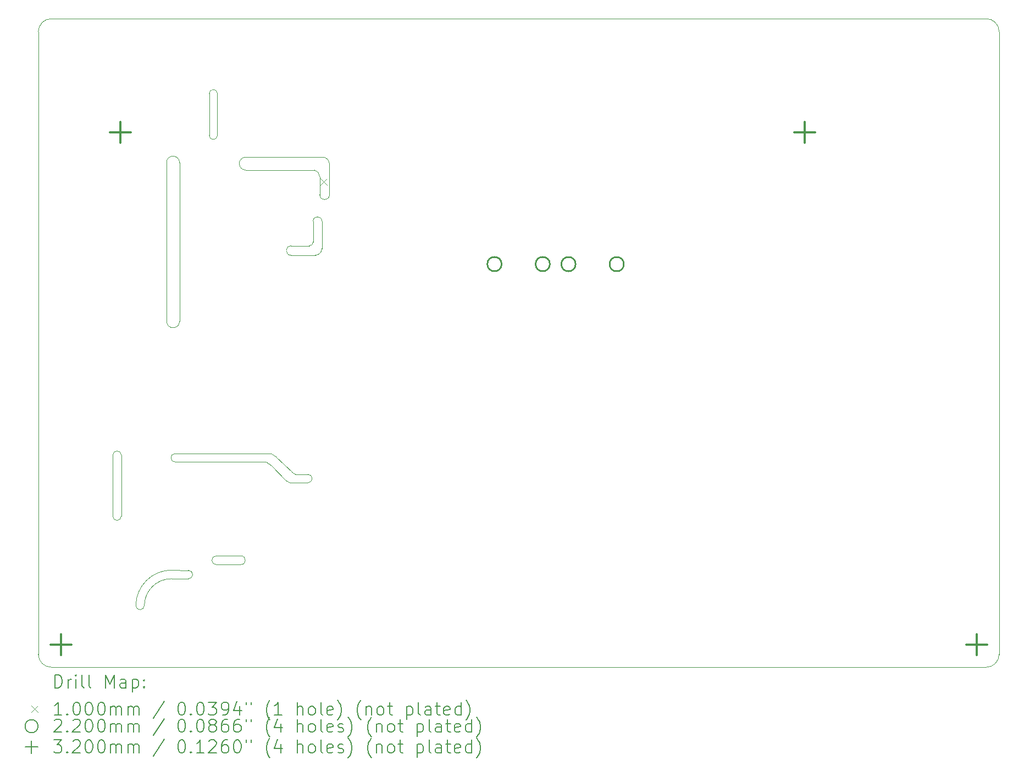
<source format=gbr>
%TF.GenerationSoftware,KiCad,Pcbnew,8.0.2*%
%TF.CreationDate,2025-02-22T19:17:49+01:00*%
%TF.ProjectId,Master_FT25,4d617374-6572-45f4-9654-32352e6b6963,rev?*%
%TF.SameCoordinates,Original*%
%TF.FileFunction,Drillmap*%
%TF.FilePolarity,Positive*%
%FSLAX45Y45*%
G04 Gerber Fmt 4.5, Leading zero omitted, Abs format (unit mm)*
G04 Created by KiCad (PCBNEW 8.0.2) date 2025-02-22 19:17:49*
%MOMM*%
%LPD*%
G01*
G04 APERTURE LIST*
%ADD10C,0.100000*%
%ADD11C,0.200000*%
%ADD12C,0.220000*%
%ADD13C,0.320000*%
G04 APERTURE END LIST*
D10*
X7171808Y-12505192D02*
X7434808Y-12505192D01*
X9489474Y-7416196D02*
G75*
G02*
X9388696Y-7516974I-100774J-4D01*
G01*
X8630000Y-10705384D02*
G75*
G02*
X8708554Y-10756856I-55000J-169616D01*
G01*
X6269808Y-10600000D02*
G75*
G02*
X6400192Y-10600000I65192J0D01*
G01*
X9274808Y-10894808D02*
X9082434Y-10895943D01*
X5323945Y-3870149D02*
X19722550Y-3870149D01*
X9354868Y-6992500D02*
X9355046Y-7312494D01*
X8630000Y-10705384D02*
X7230190Y-10705192D01*
X9355046Y-7312494D02*
G75*
G02*
X9294994Y-7372546I-60056J4D01*
G01*
X9354868Y-6992500D02*
G75*
G02*
X9490046Y-6992500I67589J0D01*
G01*
X9607131Y-6585008D02*
G75*
G02*
X9457128Y-6585008I-75001J1D01*
G01*
X9490046Y-6992500D02*
X9489474Y-7416196D01*
X7434808Y-12374808D02*
X7176214Y-12372055D01*
X8242411Y-12152411D02*
G75*
G02*
X8242411Y-12287589I-1J-67589D01*
G01*
X8316583Y-6203624D02*
G75*
G02*
X8316583Y-6005456I-3J99084D01*
G01*
X9526014Y-6003716D02*
X8316583Y-6005459D01*
X5322550Y-13870149D02*
X19722551Y-13870149D01*
X8707273Y-10574529D02*
G75*
G02*
X8785827Y-10626001I-55003J-169622D01*
G01*
X8995000Y-11025000D02*
G75*
G02*
X8945000Y-10995000I20000J90000D01*
G01*
X5322550Y-13870149D02*
G75*
G02*
X5122551Y-13670149I1J199999D01*
G01*
X8242411Y-12152411D02*
X7862411Y-12152411D01*
X9457128Y-6305000D02*
X9457128Y-6585008D01*
X9015000Y-7517500D02*
G75*
G02*
X9015000Y-7372420I0J72540D01*
G01*
X5122551Y-4070153D02*
X5122551Y-13670149D01*
X9526014Y-6003716D02*
G75*
G02*
X9605001Y-6103716I-23814J-100004D01*
G01*
X8785827Y-10626001D02*
X9032434Y-10865943D01*
X7880301Y-5669701D02*
G75*
G02*
X7754699Y-5669701I-62801J2D01*
G01*
X9294994Y-7372546D02*
X9015000Y-7372414D01*
X9274808Y-10894808D02*
G75*
G02*
X9274808Y-11025192I2J-65192D01*
G01*
X6624616Y-12916886D02*
G75*
G02*
X7176214Y-12372055I551598J-6809D01*
G01*
X6755000Y-12916885D02*
G75*
G02*
X7171808Y-12505188I416810J-5145D01*
G01*
X8708554Y-10756856D02*
X8945000Y-10995000D01*
X9378143Y-6205000D02*
G75*
G02*
X9457126Y-6305000I-23813J-100000D01*
G01*
X8995000Y-11025000D02*
X9274808Y-11025192D01*
X7862411Y-12287589D02*
G75*
G02*
X7862411Y-12152411I-1J67589D01*
G01*
X6400000Y-10600000D02*
X6400000Y-11540000D01*
X9607131Y-6585008D02*
X9605000Y-6103716D01*
X7297264Y-8535917D02*
X7297500Y-6090000D01*
X8316583Y-6203624D02*
X9378143Y-6205000D01*
X19722550Y-3870149D02*
G75*
G02*
X19922559Y-4069304I11J-200001D01*
G01*
X6400192Y-11540000D02*
G75*
G02*
X6269808Y-11540000I-65192J0D01*
G01*
X7862411Y-12287946D02*
X8242411Y-12287589D01*
X7434808Y-12374808D02*
G75*
G02*
X7434808Y-12505192I2J-65192D01*
G01*
X7230190Y-10574808D02*
X8707273Y-10574529D01*
X7754699Y-5669701D02*
X7754699Y-5025299D01*
X19922551Y-13670153D02*
X19922551Y-4069304D01*
X7097500Y-6090000D02*
G75*
G02*
X7297500Y-6090000I100000J0D01*
G01*
X6755000Y-12916885D02*
G75*
G02*
X6624620Y-12916886I-65190J6D01*
G01*
X7097500Y-6090000D02*
X7099099Y-8535917D01*
X19922551Y-13670153D02*
G75*
G02*
X19722551Y-13870151I-200001J3D01*
G01*
X7880301Y-5025299D02*
X7880301Y-5669701D01*
X7754699Y-5025299D02*
G75*
G02*
X7880301Y-5025299I62801J-2D01*
G01*
X7297264Y-8535917D02*
G75*
G02*
X7099099Y-8535917I-99083J0D01*
G01*
X5122551Y-4070153D02*
G75*
G02*
X5323945Y-3870149I200022J-13D01*
G01*
X9082434Y-10895943D02*
G75*
G02*
X9032432Y-10865945I19996J90003D01*
G01*
X9015000Y-7517500D02*
X9388696Y-7516974D01*
X6269808Y-11540000D02*
X6269808Y-10600000D01*
X7230190Y-10705192D02*
G75*
G02*
X7230190Y-10574808I0J65192D01*
G01*
D11*
D10*
X9471000Y-6337000D02*
X9571000Y-6437000D01*
X9571000Y-6337000D02*
X9471000Y-6437000D01*
D12*
X12258500Y-7653500D02*
G75*
G02*
X12038500Y-7653500I-110000J0D01*
G01*
X12038500Y-7653500D02*
G75*
G02*
X12258500Y-7653500I110000J0D01*
G01*
X13001500Y-7653500D02*
G75*
G02*
X12781500Y-7653500I-110000J0D01*
G01*
X12781500Y-7653500D02*
G75*
G02*
X13001500Y-7653500I110000J0D01*
G01*
X13398500Y-7655000D02*
G75*
G02*
X13178500Y-7655000I-110000J0D01*
G01*
X13178500Y-7655000D02*
G75*
G02*
X13398500Y-7655000I110000J0D01*
G01*
X14141500Y-7655000D02*
G75*
G02*
X13921500Y-7655000I-110000J0D01*
G01*
X13921500Y-7655000D02*
G75*
G02*
X14141500Y-7655000I110000J0D01*
G01*
D13*
X5475000Y-13360000D02*
X5475000Y-13680000D01*
X5315000Y-13520000D02*
X5635000Y-13520000D01*
X6385000Y-5465000D02*
X6385000Y-5785000D01*
X6225000Y-5625000D02*
X6545000Y-5625000D01*
X16930000Y-5465000D02*
X16930000Y-5785000D01*
X16770000Y-5625000D02*
X17090000Y-5625000D01*
X19575000Y-13360000D02*
X19575000Y-13680000D01*
X19415000Y-13520000D02*
X19735000Y-13520000D01*
D11*
X5378327Y-14186633D02*
X5378327Y-13986633D01*
X5378327Y-13986633D02*
X5425946Y-13986633D01*
X5425946Y-13986633D02*
X5454518Y-13996157D01*
X5454518Y-13996157D02*
X5473566Y-14015205D01*
X5473566Y-14015205D02*
X5483089Y-14034252D01*
X5483089Y-14034252D02*
X5492613Y-14072347D01*
X5492613Y-14072347D02*
X5492613Y-14100919D01*
X5492613Y-14100919D02*
X5483089Y-14139014D01*
X5483089Y-14139014D02*
X5473566Y-14158062D01*
X5473566Y-14158062D02*
X5454518Y-14177109D01*
X5454518Y-14177109D02*
X5425946Y-14186633D01*
X5425946Y-14186633D02*
X5378327Y-14186633D01*
X5578327Y-14186633D02*
X5578327Y-14053300D01*
X5578327Y-14091395D02*
X5587851Y-14072347D01*
X5587851Y-14072347D02*
X5597375Y-14062824D01*
X5597375Y-14062824D02*
X5616423Y-14053300D01*
X5616423Y-14053300D02*
X5635470Y-14053300D01*
X5702137Y-14186633D02*
X5702137Y-14053300D01*
X5702137Y-13986633D02*
X5692613Y-13996157D01*
X5692613Y-13996157D02*
X5702137Y-14005681D01*
X5702137Y-14005681D02*
X5711661Y-13996157D01*
X5711661Y-13996157D02*
X5702137Y-13986633D01*
X5702137Y-13986633D02*
X5702137Y-14005681D01*
X5825946Y-14186633D02*
X5806899Y-14177109D01*
X5806899Y-14177109D02*
X5797375Y-14158062D01*
X5797375Y-14158062D02*
X5797375Y-13986633D01*
X5930708Y-14186633D02*
X5911661Y-14177109D01*
X5911661Y-14177109D02*
X5902137Y-14158062D01*
X5902137Y-14158062D02*
X5902137Y-13986633D01*
X6159280Y-14186633D02*
X6159280Y-13986633D01*
X6159280Y-13986633D02*
X6225946Y-14129490D01*
X6225946Y-14129490D02*
X6292613Y-13986633D01*
X6292613Y-13986633D02*
X6292613Y-14186633D01*
X6473565Y-14186633D02*
X6473565Y-14081871D01*
X6473565Y-14081871D02*
X6464042Y-14062824D01*
X6464042Y-14062824D02*
X6444994Y-14053300D01*
X6444994Y-14053300D02*
X6406899Y-14053300D01*
X6406899Y-14053300D02*
X6387851Y-14062824D01*
X6473565Y-14177109D02*
X6454518Y-14186633D01*
X6454518Y-14186633D02*
X6406899Y-14186633D01*
X6406899Y-14186633D02*
X6387851Y-14177109D01*
X6387851Y-14177109D02*
X6378327Y-14158062D01*
X6378327Y-14158062D02*
X6378327Y-14139014D01*
X6378327Y-14139014D02*
X6387851Y-14119966D01*
X6387851Y-14119966D02*
X6406899Y-14110443D01*
X6406899Y-14110443D02*
X6454518Y-14110443D01*
X6454518Y-14110443D02*
X6473565Y-14100919D01*
X6568804Y-14053300D02*
X6568804Y-14253300D01*
X6568804Y-14062824D02*
X6587851Y-14053300D01*
X6587851Y-14053300D02*
X6625946Y-14053300D01*
X6625946Y-14053300D02*
X6644994Y-14062824D01*
X6644994Y-14062824D02*
X6654518Y-14072347D01*
X6654518Y-14072347D02*
X6664042Y-14091395D01*
X6664042Y-14091395D02*
X6664042Y-14148538D01*
X6664042Y-14148538D02*
X6654518Y-14167585D01*
X6654518Y-14167585D02*
X6644994Y-14177109D01*
X6644994Y-14177109D02*
X6625946Y-14186633D01*
X6625946Y-14186633D02*
X6587851Y-14186633D01*
X6587851Y-14186633D02*
X6568804Y-14177109D01*
X6749756Y-14167585D02*
X6759280Y-14177109D01*
X6759280Y-14177109D02*
X6749756Y-14186633D01*
X6749756Y-14186633D02*
X6740232Y-14177109D01*
X6740232Y-14177109D02*
X6749756Y-14167585D01*
X6749756Y-14167585D02*
X6749756Y-14186633D01*
X6749756Y-14062824D02*
X6759280Y-14072347D01*
X6759280Y-14072347D02*
X6749756Y-14081871D01*
X6749756Y-14081871D02*
X6740232Y-14072347D01*
X6740232Y-14072347D02*
X6749756Y-14062824D01*
X6749756Y-14062824D02*
X6749756Y-14081871D01*
D10*
X5017551Y-14465149D02*
X5117551Y-14565149D01*
X5117551Y-14465149D02*
X5017551Y-14565149D01*
D11*
X5483089Y-14606633D02*
X5368804Y-14606633D01*
X5425946Y-14606633D02*
X5425946Y-14406633D01*
X5425946Y-14406633D02*
X5406899Y-14435205D01*
X5406899Y-14435205D02*
X5387851Y-14454252D01*
X5387851Y-14454252D02*
X5368804Y-14463776D01*
X5568804Y-14587585D02*
X5578327Y-14597109D01*
X5578327Y-14597109D02*
X5568804Y-14606633D01*
X5568804Y-14606633D02*
X5559280Y-14597109D01*
X5559280Y-14597109D02*
X5568804Y-14587585D01*
X5568804Y-14587585D02*
X5568804Y-14606633D01*
X5702137Y-14406633D02*
X5721185Y-14406633D01*
X5721185Y-14406633D02*
X5740232Y-14416157D01*
X5740232Y-14416157D02*
X5749756Y-14425681D01*
X5749756Y-14425681D02*
X5759280Y-14444728D01*
X5759280Y-14444728D02*
X5768804Y-14482824D01*
X5768804Y-14482824D02*
X5768804Y-14530443D01*
X5768804Y-14530443D02*
X5759280Y-14568538D01*
X5759280Y-14568538D02*
X5749756Y-14587585D01*
X5749756Y-14587585D02*
X5740232Y-14597109D01*
X5740232Y-14597109D02*
X5721185Y-14606633D01*
X5721185Y-14606633D02*
X5702137Y-14606633D01*
X5702137Y-14606633D02*
X5683089Y-14597109D01*
X5683089Y-14597109D02*
X5673565Y-14587585D01*
X5673565Y-14587585D02*
X5664042Y-14568538D01*
X5664042Y-14568538D02*
X5654518Y-14530443D01*
X5654518Y-14530443D02*
X5654518Y-14482824D01*
X5654518Y-14482824D02*
X5664042Y-14444728D01*
X5664042Y-14444728D02*
X5673565Y-14425681D01*
X5673565Y-14425681D02*
X5683089Y-14416157D01*
X5683089Y-14416157D02*
X5702137Y-14406633D01*
X5892613Y-14406633D02*
X5911661Y-14406633D01*
X5911661Y-14406633D02*
X5930708Y-14416157D01*
X5930708Y-14416157D02*
X5940232Y-14425681D01*
X5940232Y-14425681D02*
X5949756Y-14444728D01*
X5949756Y-14444728D02*
X5959280Y-14482824D01*
X5959280Y-14482824D02*
X5959280Y-14530443D01*
X5959280Y-14530443D02*
X5949756Y-14568538D01*
X5949756Y-14568538D02*
X5940232Y-14587585D01*
X5940232Y-14587585D02*
X5930708Y-14597109D01*
X5930708Y-14597109D02*
X5911661Y-14606633D01*
X5911661Y-14606633D02*
X5892613Y-14606633D01*
X5892613Y-14606633D02*
X5873565Y-14597109D01*
X5873565Y-14597109D02*
X5864042Y-14587585D01*
X5864042Y-14587585D02*
X5854518Y-14568538D01*
X5854518Y-14568538D02*
X5844994Y-14530443D01*
X5844994Y-14530443D02*
X5844994Y-14482824D01*
X5844994Y-14482824D02*
X5854518Y-14444728D01*
X5854518Y-14444728D02*
X5864042Y-14425681D01*
X5864042Y-14425681D02*
X5873565Y-14416157D01*
X5873565Y-14416157D02*
X5892613Y-14406633D01*
X6083089Y-14406633D02*
X6102137Y-14406633D01*
X6102137Y-14406633D02*
X6121185Y-14416157D01*
X6121185Y-14416157D02*
X6130708Y-14425681D01*
X6130708Y-14425681D02*
X6140232Y-14444728D01*
X6140232Y-14444728D02*
X6149756Y-14482824D01*
X6149756Y-14482824D02*
X6149756Y-14530443D01*
X6149756Y-14530443D02*
X6140232Y-14568538D01*
X6140232Y-14568538D02*
X6130708Y-14587585D01*
X6130708Y-14587585D02*
X6121185Y-14597109D01*
X6121185Y-14597109D02*
X6102137Y-14606633D01*
X6102137Y-14606633D02*
X6083089Y-14606633D01*
X6083089Y-14606633D02*
X6064042Y-14597109D01*
X6064042Y-14597109D02*
X6054518Y-14587585D01*
X6054518Y-14587585D02*
X6044994Y-14568538D01*
X6044994Y-14568538D02*
X6035470Y-14530443D01*
X6035470Y-14530443D02*
X6035470Y-14482824D01*
X6035470Y-14482824D02*
X6044994Y-14444728D01*
X6044994Y-14444728D02*
X6054518Y-14425681D01*
X6054518Y-14425681D02*
X6064042Y-14416157D01*
X6064042Y-14416157D02*
X6083089Y-14406633D01*
X6235470Y-14606633D02*
X6235470Y-14473300D01*
X6235470Y-14492347D02*
X6244994Y-14482824D01*
X6244994Y-14482824D02*
X6264042Y-14473300D01*
X6264042Y-14473300D02*
X6292613Y-14473300D01*
X6292613Y-14473300D02*
X6311661Y-14482824D01*
X6311661Y-14482824D02*
X6321185Y-14501871D01*
X6321185Y-14501871D02*
X6321185Y-14606633D01*
X6321185Y-14501871D02*
X6330708Y-14482824D01*
X6330708Y-14482824D02*
X6349756Y-14473300D01*
X6349756Y-14473300D02*
X6378327Y-14473300D01*
X6378327Y-14473300D02*
X6397375Y-14482824D01*
X6397375Y-14482824D02*
X6406899Y-14501871D01*
X6406899Y-14501871D02*
X6406899Y-14606633D01*
X6502137Y-14606633D02*
X6502137Y-14473300D01*
X6502137Y-14492347D02*
X6511661Y-14482824D01*
X6511661Y-14482824D02*
X6530708Y-14473300D01*
X6530708Y-14473300D02*
X6559280Y-14473300D01*
X6559280Y-14473300D02*
X6578327Y-14482824D01*
X6578327Y-14482824D02*
X6587851Y-14501871D01*
X6587851Y-14501871D02*
X6587851Y-14606633D01*
X6587851Y-14501871D02*
X6597375Y-14482824D01*
X6597375Y-14482824D02*
X6616423Y-14473300D01*
X6616423Y-14473300D02*
X6644994Y-14473300D01*
X6644994Y-14473300D02*
X6664042Y-14482824D01*
X6664042Y-14482824D02*
X6673566Y-14501871D01*
X6673566Y-14501871D02*
X6673566Y-14606633D01*
X7064042Y-14397109D02*
X6892613Y-14654252D01*
X7321185Y-14406633D02*
X7340232Y-14406633D01*
X7340232Y-14406633D02*
X7359280Y-14416157D01*
X7359280Y-14416157D02*
X7368804Y-14425681D01*
X7368804Y-14425681D02*
X7378328Y-14444728D01*
X7378328Y-14444728D02*
X7387851Y-14482824D01*
X7387851Y-14482824D02*
X7387851Y-14530443D01*
X7387851Y-14530443D02*
X7378328Y-14568538D01*
X7378328Y-14568538D02*
X7368804Y-14587585D01*
X7368804Y-14587585D02*
X7359280Y-14597109D01*
X7359280Y-14597109D02*
X7340232Y-14606633D01*
X7340232Y-14606633D02*
X7321185Y-14606633D01*
X7321185Y-14606633D02*
X7302137Y-14597109D01*
X7302137Y-14597109D02*
X7292613Y-14587585D01*
X7292613Y-14587585D02*
X7283089Y-14568538D01*
X7283089Y-14568538D02*
X7273566Y-14530443D01*
X7273566Y-14530443D02*
X7273566Y-14482824D01*
X7273566Y-14482824D02*
X7283089Y-14444728D01*
X7283089Y-14444728D02*
X7292613Y-14425681D01*
X7292613Y-14425681D02*
X7302137Y-14416157D01*
X7302137Y-14416157D02*
X7321185Y-14406633D01*
X7473566Y-14587585D02*
X7483089Y-14597109D01*
X7483089Y-14597109D02*
X7473566Y-14606633D01*
X7473566Y-14606633D02*
X7464042Y-14597109D01*
X7464042Y-14597109D02*
X7473566Y-14587585D01*
X7473566Y-14587585D02*
X7473566Y-14606633D01*
X7606899Y-14406633D02*
X7625947Y-14406633D01*
X7625947Y-14406633D02*
X7644994Y-14416157D01*
X7644994Y-14416157D02*
X7654518Y-14425681D01*
X7654518Y-14425681D02*
X7664042Y-14444728D01*
X7664042Y-14444728D02*
X7673566Y-14482824D01*
X7673566Y-14482824D02*
X7673566Y-14530443D01*
X7673566Y-14530443D02*
X7664042Y-14568538D01*
X7664042Y-14568538D02*
X7654518Y-14587585D01*
X7654518Y-14587585D02*
X7644994Y-14597109D01*
X7644994Y-14597109D02*
X7625947Y-14606633D01*
X7625947Y-14606633D02*
X7606899Y-14606633D01*
X7606899Y-14606633D02*
X7587851Y-14597109D01*
X7587851Y-14597109D02*
X7578328Y-14587585D01*
X7578328Y-14587585D02*
X7568804Y-14568538D01*
X7568804Y-14568538D02*
X7559280Y-14530443D01*
X7559280Y-14530443D02*
X7559280Y-14482824D01*
X7559280Y-14482824D02*
X7568804Y-14444728D01*
X7568804Y-14444728D02*
X7578328Y-14425681D01*
X7578328Y-14425681D02*
X7587851Y-14416157D01*
X7587851Y-14416157D02*
X7606899Y-14406633D01*
X7740232Y-14406633D02*
X7864042Y-14406633D01*
X7864042Y-14406633D02*
X7797375Y-14482824D01*
X7797375Y-14482824D02*
X7825947Y-14482824D01*
X7825947Y-14482824D02*
X7844994Y-14492347D01*
X7844994Y-14492347D02*
X7854518Y-14501871D01*
X7854518Y-14501871D02*
X7864042Y-14520919D01*
X7864042Y-14520919D02*
X7864042Y-14568538D01*
X7864042Y-14568538D02*
X7854518Y-14587585D01*
X7854518Y-14587585D02*
X7844994Y-14597109D01*
X7844994Y-14597109D02*
X7825947Y-14606633D01*
X7825947Y-14606633D02*
X7768804Y-14606633D01*
X7768804Y-14606633D02*
X7749756Y-14597109D01*
X7749756Y-14597109D02*
X7740232Y-14587585D01*
X7959280Y-14606633D02*
X7997375Y-14606633D01*
X7997375Y-14606633D02*
X8016423Y-14597109D01*
X8016423Y-14597109D02*
X8025947Y-14587585D01*
X8025947Y-14587585D02*
X8044994Y-14559014D01*
X8044994Y-14559014D02*
X8054518Y-14520919D01*
X8054518Y-14520919D02*
X8054518Y-14444728D01*
X8054518Y-14444728D02*
X8044994Y-14425681D01*
X8044994Y-14425681D02*
X8035470Y-14416157D01*
X8035470Y-14416157D02*
X8016423Y-14406633D01*
X8016423Y-14406633D02*
X7978328Y-14406633D01*
X7978328Y-14406633D02*
X7959280Y-14416157D01*
X7959280Y-14416157D02*
X7949756Y-14425681D01*
X7949756Y-14425681D02*
X7940232Y-14444728D01*
X7940232Y-14444728D02*
X7940232Y-14492347D01*
X7940232Y-14492347D02*
X7949756Y-14511395D01*
X7949756Y-14511395D02*
X7959280Y-14520919D01*
X7959280Y-14520919D02*
X7978328Y-14530443D01*
X7978328Y-14530443D02*
X8016423Y-14530443D01*
X8016423Y-14530443D02*
X8035470Y-14520919D01*
X8035470Y-14520919D02*
X8044994Y-14511395D01*
X8044994Y-14511395D02*
X8054518Y-14492347D01*
X8225947Y-14473300D02*
X8225947Y-14606633D01*
X8178328Y-14397109D02*
X8130709Y-14539966D01*
X8130709Y-14539966D02*
X8254518Y-14539966D01*
X8321185Y-14406633D02*
X8321185Y-14444728D01*
X8397375Y-14406633D02*
X8397375Y-14444728D01*
X8692614Y-14682824D02*
X8683090Y-14673300D01*
X8683090Y-14673300D02*
X8664042Y-14644728D01*
X8664042Y-14644728D02*
X8654518Y-14625681D01*
X8654518Y-14625681D02*
X8644994Y-14597109D01*
X8644994Y-14597109D02*
X8635471Y-14549490D01*
X8635471Y-14549490D02*
X8635471Y-14511395D01*
X8635471Y-14511395D02*
X8644994Y-14463776D01*
X8644994Y-14463776D02*
X8654518Y-14435205D01*
X8654518Y-14435205D02*
X8664042Y-14416157D01*
X8664042Y-14416157D02*
X8683090Y-14387585D01*
X8683090Y-14387585D02*
X8692614Y-14378062D01*
X8873566Y-14606633D02*
X8759280Y-14606633D01*
X8816423Y-14606633D02*
X8816423Y-14406633D01*
X8816423Y-14406633D02*
X8797375Y-14435205D01*
X8797375Y-14435205D02*
X8778328Y-14454252D01*
X8778328Y-14454252D02*
X8759280Y-14463776D01*
X9111661Y-14606633D02*
X9111661Y-14406633D01*
X9197375Y-14606633D02*
X9197375Y-14501871D01*
X9197375Y-14501871D02*
X9187852Y-14482824D01*
X9187852Y-14482824D02*
X9168804Y-14473300D01*
X9168804Y-14473300D02*
X9140233Y-14473300D01*
X9140233Y-14473300D02*
X9121185Y-14482824D01*
X9121185Y-14482824D02*
X9111661Y-14492347D01*
X9321185Y-14606633D02*
X9302137Y-14597109D01*
X9302137Y-14597109D02*
X9292614Y-14587585D01*
X9292614Y-14587585D02*
X9283090Y-14568538D01*
X9283090Y-14568538D02*
X9283090Y-14511395D01*
X9283090Y-14511395D02*
X9292614Y-14492347D01*
X9292614Y-14492347D02*
X9302137Y-14482824D01*
X9302137Y-14482824D02*
X9321185Y-14473300D01*
X9321185Y-14473300D02*
X9349756Y-14473300D01*
X9349756Y-14473300D02*
X9368804Y-14482824D01*
X9368804Y-14482824D02*
X9378328Y-14492347D01*
X9378328Y-14492347D02*
X9387852Y-14511395D01*
X9387852Y-14511395D02*
X9387852Y-14568538D01*
X9387852Y-14568538D02*
X9378328Y-14587585D01*
X9378328Y-14587585D02*
X9368804Y-14597109D01*
X9368804Y-14597109D02*
X9349756Y-14606633D01*
X9349756Y-14606633D02*
X9321185Y-14606633D01*
X9502137Y-14606633D02*
X9483090Y-14597109D01*
X9483090Y-14597109D02*
X9473566Y-14578062D01*
X9473566Y-14578062D02*
X9473566Y-14406633D01*
X9654518Y-14597109D02*
X9635471Y-14606633D01*
X9635471Y-14606633D02*
X9597375Y-14606633D01*
X9597375Y-14606633D02*
X9578328Y-14597109D01*
X9578328Y-14597109D02*
X9568804Y-14578062D01*
X9568804Y-14578062D02*
X9568804Y-14501871D01*
X9568804Y-14501871D02*
X9578328Y-14482824D01*
X9578328Y-14482824D02*
X9597375Y-14473300D01*
X9597375Y-14473300D02*
X9635471Y-14473300D01*
X9635471Y-14473300D02*
X9654518Y-14482824D01*
X9654518Y-14482824D02*
X9664042Y-14501871D01*
X9664042Y-14501871D02*
X9664042Y-14520919D01*
X9664042Y-14520919D02*
X9568804Y-14539966D01*
X9730709Y-14682824D02*
X9740233Y-14673300D01*
X9740233Y-14673300D02*
X9759280Y-14644728D01*
X9759280Y-14644728D02*
X9768804Y-14625681D01*
X9768804Y-14625681D02*
X9778328Y-14597109D01*
X9778328Y-14597109D02*
X9787852Y-14549490D01*
X9787852Y-14549490D02*
X9787852Y-14511395D01*
X9787852Y-14511395D02*
X9778328Y-14463776D01*
X9778328Y-14463776D02*
X9768804Y-14435205D01*
X9768804Y-14435205D02*
X9759280Y-14416157D01*
X9759280Y-14416157D02*
X9740233Y-14387585D01*
X9740233Y-14387585D02*
X9730709Y-14378062D01*
X10092614Y-14682824D02*
X10083090Y-14673300D01*
X10083090Y-14673300D02*
X10064042Y-14644728D01*
X10064042Y-14644728D02*
X10054518Y-14625681D01*
X10054518Y-14625681D02*
X10044995Y-14597109D01*
X10044995Y-14597109D02*
X10035471Y-14549490D01*
X10035471Y-14549490D02*
X10035471Y-14511395D01*
X10035471Y-14511395D02*
X10044995Y-14463776D01*
X10044995Y-14463776D02*
X10054518Y-14435205D01*
X10054518Y-14435205D02*
X10064042Y-14416157D01*
X10064042Y-14416157D02*
X10083090Y-14387585D01*
X10083090Y-14387585D02*
X10092614Y-14378062D01*
X10168804Y-14473300D02*
X10168804Y-14606633D01*
X10168804Y-14492347D02*
X10178328Y-14482824D01*
X10178328Y-14482824D02*
X10197375Y-14473300D01*
X10197375Y-14473300D02*
X10225947Y-14473300D01*
X10225947Y-14473300D02*
X10244995Y-14482824D01*
X10244995Y-14482824D02*
X10254518Y-14501871D01*
X10254518Y-14501871D02*
X10254518Y-14606633D01*
X10378328Y-14606633D02*
X10359280Y-14597109D01*
X10359280Y-14597109D02*
X10349756Y-14587585D01*
X10349756Y-14587585D02*
X10340233Y-14568538D01*
X10340233Y-14568538D02*
X10340233Y-14511395D01*
X10340233Y-14511395D02*
X10349756Y-14492347D01*
X10349756Y-14492347D02*
X10359280Y-14482824D01*
X10359280Y-14482824D02*
X10378328Y-14473300D01*
X10378328Y-14473300D02*
X10406899Y-14473300D01*
X10406899Y-14473300D02*
X10425947Y-14482824D01*
X10425947Y-14482824D02*
X10435471Y-14492347D01*
X10435471Y-14492347D02*
X10444995Y-14511395D01*
X10444995Y-14511395D02*
X10444995Y-14568538D01*
X10444995Y-14568538D02*
X10435471Y-14587585D01*
X10435471Y-14587585D02*
X10425947Y-14597109D01*
X10425947Y-14597109D02*
X10406899Y-14606633D01*
X10406899Y-14606633D02*
X10378328Y-14606633D01*
X10502137Y-14473300D02*
X10578328Y-14473300D01*
X10530709Y-14406633D02*
X10530709Y-14578062D01*
X10530709Y-14578062D02*
X10540233Y-14597109D01*
X10540233Y-14597109D02*
X10559280Y-14606633D01*
X10559280Y-14606633D02*
X10578328Y-14606633D01*
X10797376Y-14473300D02*
X10797376Y-14673300D01*
X10797376Y-14482824D02*
X10816423Y-14473300D01*
X10816423Y-14473300D02*
X10854518Y-14473300D01*
X10854518Y-14473300D02*
X10873566Y-14482824D01*
X10873566Y-14482824D02*
X10883090Y-14492347D01*
X10883090Y-14492347D02*
X10892614Y-14511395D01*
X10892614Y-14511395D02*
X10892614Y-14568538D01*
X10892614Y-14568538D02*
X10883090Y-14587585D01*
X10883090Y-14587585D02*
X10873566Y-14597109D01*
X10873566Y-14597109D02*
X10854518Y-14606633D01*
X10854518Y-14606633D02*
X10816423Y-14606633D01*
X10816423Y-14606633D02*
X10797376Y-14597109D01*
X11006899Y-14606633D02*
X10987852Y-14597109D01*
X10987852Y-14597109D02*
X10978328Y-14578062D01*
X10978328Y-14578062D02*
X10978328Y-14406633D01*
X11168804Y-14606633D02*
X11168804Y-14501871D01*
X11168804Y-14501871D02*
X11159280Y-14482824D01*
X11159280Y-14482824D02*
X11140233Y-14473300D01*
X11140233Y-14473300D02*
X11102137Y-14473300D01*
X11102137Y-14473300D02*
X11083090Y-14482824D01*
X11168804Y-14597109D02*
X11149757Y-14606633D01*
X11149757Y-14606633D02*
X11102137Y-14606633D01*
X11102137Y-14606633D02*
X11083090Y-14597109D01*
X11083090Y-14597109D02*
X11073566Y-14578062D01*
X11073566Y-14578062D02*
X11073566Y-14559014D01*
X11073566Y-14559014D02*
X11083090Y-14539966D01*
X11083090Y-14539966D02*
X11102137Y-14530443D01*
X11102137Y-14530443D02*
X11149757Y-14530443D01*
X11149757Y-14530443D02*
X11168804Y-14520919D01*
X11235471Y-14473300D02*
X11311661Y-14473300D01*
X11264042Y-14406633D02*
X11264042Y-14578062D01*
X11264042Y-14578062D02*
X11273566Y-14597109D01*
X11273566Y-14597109D02*
X11292614Y-14606633D01*
X11292614Y-14606633D02*
X11311661Y-14606633D01*
X11454518Y-14597109D02*
X11435471Y-14606633D01*
X11435471Y-14606633D02*
X11397375Y-14606633D01*
X11397375Y-14606633D02*
X11378328Y-14597109D01*
X11378328Y-14597109D02*
X11368804Y-14578062D01*
X11368804Y-14578062D02*
X11368804Y-14501871D01*
X11368804Y-14501871D02*
X11378328Y-14482824D01*
X11378328Y-14482824D02*
X11397375Y-14473300D01*
X11397375Y-14473300D02*
X11435471Y-14473300D01*
X11435471Y-14473300D02*
X11454518Y-14482824D01*
X11454518Y-14482824D02*
X11464042Y-14501871D01*
X11464042Y-14501871D02*
X11464042Y-14520919D01*
X11464042Y-14520919D02*
X11368804Y-14539966D01*
X11635471Y-14606633D02*
X11635471Y-14406633D01*
X11635471Y-14597109D02*
X11616423Y-14606633D01*
X11616423Y-14606633D02*
X11578328Y-14606633D01*
X11578328Y-14606633D02*
X11559280Y-14597109D01*
X11559280Y-14597109D02*
X11549756Y-14587585D01*
X11549756Y-14587585D02*
X11540233Y-14568538D01*
X11540233Y-14568538D02*
X11540233Y-14511395D01*
X11540233Y-14511395D02*
X11549756Y-14492347D01*
X11549756Y-14492347D02*
X11559280Y-14482824D01*
X11559280Y-14482824D02*
X11578328Y-14473300D01*
X11578328Y-14473300D02*
X11616423Y-14473300D01*
X11616423Y-14473300D02*
X11635471Y-14482824D01*
X11711661Y-14682824D02*
X11721185Y-14673300D01*
X11721185Y-14673300D02*
X11740233Y-14644728D01*
X11740233Y-14644728D02*
X11749756Y-14625681D01*
X11749756Y-14625681D02*
X11759280Y-14597109D01*
X11759280Y-14597109D02*
X11768804Y-14549490D01*
X11768804Y-14549490D02*
X11768804Y-14511395D01*
X11768804Y-14511395D02*
X11759280Y-14463776D01*
X11759280Y-14463776D02*
X11749756Y-14435205D01*
X11749756Y-14435205D02*
X11740233Y-14416157D01*
X11740233Y-14416157D02*
X11721185Y-14387585D01*
X11721185Y-14387585D02*
X11711661Y-14378062D01*
X5117551Y-14779149D02*
G75*
G02*
X4917551Y-14779149I-100000J0D01*
G01*
X4917551Y-14779149D02*
G75*
G02*
X5117551Y-14779149I100000J0D01*
G01*
X5368804Y-14689681D02*
X5378327Y-14680157D01*
X5378327Y-14680157D02*
X5397375Y-14670633D01*
X5397375Y-14670633D02*
X5444994Y-14670633D01*
X5444994Y-14670633D02*
X5464042Y-14680157D01*
X5464042Y-14680157D02*
X5473566Y-14689681D01*
X5473566Y-14689681D02*
X5483089Y-14708728D01*
X5483089Y-14708728D02*
X5483089Y-14727776D01*
X5483089Y-14727776D02*
X5473566Y-14756347D01*
X5473566Y-14756347D02*
X5359280Y-14870633D01*
X5359280Y-14870633D02*
X5483089Y-14870633D01*
X5568804Y-14851585D02*
X5578327Y-14861109D01*
X5578327Y-14861109D02*
X5568804Y-14870633D01*
X5568804Y-14870633D02*
X5559280Y-14861109D01*
X5559280Y-14861109D02*
X5568804Y-14851585D01*
X5568804Y-14851585D02*
X5568804Y-14870633D01*
X5654518Y-14689681D02*
X5664042Y-14680157D01*
X5664042Y-14680157D02*
X5683089Y-14670633D01*
X5683089Y-14670633D02*
X5730708Y-14670633D01*
X5730708Y-14670633D02*
X5749756Y-14680157D01*
X5749756Y-14680157D02*
X5759280Y-14689681D01*
X5759280Y-14689681D02*
X5768804Y-14708728D01*
X5768804Y-14708728D02*
X5768804Y-14727776D01*
X5768804Y-14727776D02*
X5759280Y-14756347D01*
X5759280Y-14756347D02*
X5644994Y-14870633D01*
X5644994Y-14870633D02*
X5768804Y-14870633D01*
X5892613Y-14670633D02*
X5911661Y-14670633D01*
X5911661Y-14670633D02*
X5930708Y-14680157D01*
X5930708Y-14680157D02*
X5940232Y-14689681D01*
X5940232Y-14689681D02*
X5949756Y-14708728D01*
X5949756Y-14708728D02*
X5959280Y-14746824D01*
X5959280Y-14746824D02*
X5959280Y-14794443D01*
X5959280Y-14794443D02*
X5949756Y-14832538D01*
X5949756Y-14832538D02*
X5940232Y-14851585D01*
X5940232Y-14851585D02*
X5930708Y-14861109D01*
X5930708Y-14861109D02*
X5911661Y-14870633D01*
X5911661Y-14870633D02*
X5892613Y-14870633D01*
X5892613Y-14870633D02*
X5873565Y-14861109D01*
X5873565Y-14861109D02*
X5864042Y-14851585D01*
X5864042Y-14851585D02*
X5854518Y-14832538D01*
X5854518Y-14832538D02*
X5844994Y-14794443D01*
X5844994Y-14794443D02*
X5844994Y-14746824D01*
X5844994Y-14746824D02*
X5854518Y-14708728D01*
X5854518Y-14708728D02*
X5864042Y-14689681D01*
X5864042Y-14689681D02*
X5873565Y-14680157D01*
X5873565Y-14680157D02*
X5892613Y-14670633D01*
X6083089Y-14670633D02*
X6102137Y-14670633D01*
X6102137Y-14670633D02*
X6121185Y-14680157D01*
X6121185Y-14680157D02*
X6130708Y-14689681D01*
X6130708Y-14689681D02*
X6140232Y-14708728D01*
X6140232Y-14708728D02*
X6149756Y-14746824D01*
X6149756Y-14746824D02*
X6149756Y-14794443D01*
X6149756Y-14794443D02*
X6140232Y-14832538D01*
X6140232Y-14832538D02*
X6130708Y-14851585D01*
X6130708Y-14851585D02*
X6121185Y-14861109D01*
X6121185Y-14861109D02*
X6102137Y-14870633D01*
X6102137Y-14870633D02*
X6083089Y-14870633D01*
X6083089Y-14870633D02*
X6064042Y-14861109D01*
X6064042Y-14861109D02*
X6054518Y-14851585D01*
X6054518Y-14851585D02*
X6044994Y-14832538D01*
X6044994Y-14832538D02*
X6035470Y-14794443D01*
X6035470Y-14794443D02*
X6035470Y-14746824D01*
X6035470Y-14746824D02*
X6044994Y-14708728D01*
X6044994Y-14708728D02*
X6054518Y-14689681D01*
X6054518Y-14689681D02*
X6064042Y-14680157D01*
X6064042Y-14680157D02*
X6083089Y-14670633D01*
X6235470Y-14870633D02*
X6235470Y-14737300D01*
X6235470Y-14756347D02*
X6244994Y-14746824D01*
X6244994Y-14746824D02*
X6264042Y-14737300D01*
X6264042Y-14737300D02*
X6292613Y-14737300D01*
X6292613Y-14737300D02*
X6311661Y-14746824D01*
X6311661Y-14746824D02*
X6321185Y-14765871D01*
X6321185Y-14765871D02*
X6321185Y-14870633D01*
X6321185Y-14765871D02*
X6330708Y-14746824D01*
X6330708Y-14746824D02*
X6349756Y-14737300D01*
X6349756Y-14737300D02*
X6378327Y-14737300D01*
X6378327Y-14737300D02*
X6397375Y-14746824D01*
X6397375Y-14746824D02*
X6406899Y-14765871D01*
X6406899Y-14765871D02*
X6406899Y-14870633D01*
X6502137Y-14870633D02*
X6502137Y-14737300D01*
X6502137Y-14756347D02*
X6511661Y-14746824D01*
X6511661Y-14746824D02*
X6530708Y-14737300D01*
X6530708Y-14737300D02*
X6559280Y-14737300D01*
X6559280Y-14737300D02*
X6578327Y-14746824D01*
X6578327Y-14746824D02*
X6587851Y-14765871D01*
X6587851Y-14765871D02*
X6587851Y-14870633D01*
X6587851Y-14765871D02*
X6597375Y-14746824D01*
X6597375Y-14746824D02*
X6616423Y-14737300D01*
X6616423Y-14737300D02*
X6644994Y-14737300D01*
X6644994Y-14737300D02*
X6664042Y-14746824D01*
X6664042Y-14746824D02*
X6673566Y-14765871D01*
X6673566Y-14765871D02*
X6673566Y-14870633D01*
X7064042Y-14661109D02*
X6892613Y-14918252D01*
X7321185Y-14670633D02*
X7340232Y-14670633D01*
X7340232Y-14670633D02*
X7359280Y-14680157D01*
X7359280Y-14680157D02*
X7368804Y-14689681D01*
X7368804Y-14689681D02*
X7378328Y-14708728D01*
X7378328Y-14708728D02*
X7387851Y-14746824D01*
X7387851Y-14746824D02*
X7387851Y-14794443D01*
X7387851Y-14794443D02*
X7378328Y-14832538D01*
X7378328Y-14832538D02*
X7368804Y-14851585D01*
X7368804Y-14851585D02*
X7359280Y-14861109D01*
X7359280Y-14861109D02*
X7340232Y-14870633D01*
X7340232Y-14870633D02*
X7321185Y-14870633D01*
X7321185Y-14870633D02*
X7302137Y-14861109D01*
X7302137Y-14861109D02*
X7292613Y-14851585D01*
X7292613Y-14851585D02*
X7283089Y-14832538D01*
X7283089Y-14832538D02*
X7273566Y-14794443D01*
X7273566Y-14794443D02*
X7273566Y-14746824D01*
X7273566Y-14746824D02*
X7283089Y-14708728D01*
X7283089Y-14708728D02*
X7292613Y-14689681D01*
X7292613Y-14689681D02*
X7302137Y-14680157D01*
X7302137Y-14680157D02*
X7321185Y-14670633D01*
X7473566Y-14851585D02*
X7483089Y-14861109D01*
X7483089Y-14861109D02*
X7473566Y-14870633D01*
X7473566Y-14870633D02*
X7464042Y-14861109D01*
X7464042Y-14861109D02*
X7473566Y-14851585D01*
X7473566Y-14851585D02*
X7473566Y-14870633D01*
X7606899Y-14670633D02*
X7625947Y-14670633D01*
X7625947Y-14670633D02*
X7644994Y-14680157D01*
X7644994Y-14680157D02*
X7654518Y-14689681D01*
X7654518Y-14689681D02*
X7664042Y-14708728D01*
X7664042Y-14708728D02*
X7673566Y-14746824D01*
X7673566Y-14746824D02*
X7673566Y-14794443D01*
X7673566Y-14794443D02*
X7664042Y-14832538D01*
X7664042Y-14832538D02*
X7654518Y-14851585D01*
X7654518Y-14851585D02*
X7644994Y-14861109D01*
X7644994Y-14861109D02*
X7625947Y-14870633D01*
X7625947Y-14870633D02*
X7606899Y-14870633D01*
X7606899Y-14870633D02*
X7587851Y-14861109D01*
X7587851Y-14861109D02*
X7578328Y-14851585D01*
X7578328Y-14851585D02*
X7568804Y-14832538D01*
X7568804Y-14832538D02*
X7559280Y-14794443D01*
X7559280Y-14794443D02*
X7559280Y-14746824D01*
X7559280Y-14746824D02*
X7568804Y-14708728D01*
X7568804Y-14708728D02*
X7578328Y-14689681D01*
X7578328Y-14689681D02*
X7587851Y-14680157D01*
X7587851Y-14680157D02*
X7606899Y-14670633D01*
X7787851Y-14756347D02*
X7768804Y-14746824D01*
X7768804Y-14746824D02*
X7759280Y-14737300D01*
X7759280Y-14737300D02*
X7749756Y-14718252D01*
X7749756Y-14718252D02*
X7749756Y-14708728D01*
X7749756Y-14708728D02*
X7759280Y-14689681D01*
X7759280Y-14689681D02*
X7768804Y-14680157D01*
X7768804Y-14680157D02*
X7787851Y-14670633D01*
X7787851Y-14670633D02*
X7825947Y-14670633D01*
X7825947Y-14670633D02*
X7844994Y-14680157D01*
X7844994Y-14680157D02*
X7854518Y-14689681D01*
X7854518Y-14689681D02*
X7864042Y-14708728D01*
X7864042Y-14708728D02*
X7864042Y-14718252D01*
X7864042Y-14718252D02*
X7854518Y-14737300D01*
X7854518Y-14737300D02*
X7844994Y-14746824D01*
X7844994Y-14746824D02*
X7825947Y-14756347D01*
X7825947Y-14756347D02*
X7787851Y-14756347D01*
X7787851Y-14756347D02*
X7768804Y-14765871D01*
X7768804Y-14765871D02*
X7759280Y-14775395D01*
X7759280Y-14775395D02*
X7749756Y-14794443D01*
X7749756Y-14794443D02*
X7749756Y-14832538D01*
X7749756Y-14832538D02*
X7759280Y-14851585D01*
X7759280Y-14851585D02*
X7768804Y-14861109D01*
X7768804Y-14861109D02*
X7787851Y-14870633D01*
X7787851Y-14870633D02*
X7825947Y-14870633D01*
X7825947Y-14870633D02*
X7844994Y-14861109D01*
X7844994Y-14861109D02*
X7854518Y-14851585D01*
X7854518Y-14851585D02*
X7864042Y-14832538D01*
X7864042Y-14832538D02*
X7864042Y-14794443D01*
X7864042Y-14794443D02*
X7854518Y-14775395D01*
X7854518Y-14775395D02*
X7844994Y-14765871D01*
X7844994Y-14765871D02*
X7825947Y-14756347D01*
X8035470Y-14670633D02*
X7997375Y-14670633D01*
X7997375Y-14670633D02*
X7978328Y-14680157D01*
X7978328Y-14680157D02*
X7968804Y-14689681D01*
X7968804Y-14689681D02*
X7949756Y-14718252D01*
X7949756Y-14718252D02*
X7940232Y-14756347D01*
X7940232Y-14756347D02*
X7940232Y-14832538D01*
X7940232Y-14832538D02*
X7949756Y-14851585D01*
X7949756Y-14851585D02*
X7959280Y-14861109D01*
X7959280Y-14861109D02*
X7978328Y-14870633D01*
X7978328Y-14870633D02*
X8016423Y-14870633D01*
X8016423Y-14870633D02*
X8035470Y-14861109D01*
X8035470Y-14861109D02*
X8044994Y-14851585D01*
X8044994Y-14851585D02*
X8054518Y-14832538D01*
X8054518Y-14832538D02*
X8054518Y-14784919D01*
X8054518Y-14784919D02*
X8044994Y-14765871D01*
X8044994Y-14765871D02*
X8035470Y-14756347D01*
X8035470Y-14756347D02*
X8016423Y-14746824D01*
X8016423Y-14746824D02*
X7978328Y-14746824D01*
X7978328Y-14746824D02*
X7959280Y-14756347D01*
X7959280Y-14756347D02*
X7949756Y-14765871D01*
X7949756Y-14765871D02*
X7940232Y-14784919D01*
X8225947Y-14670633D02*
X8187851Y-14670633D01*
X8187851Y-14670633D02*
X8168804Y-14680157D01*
X8168804Y-14680157D02*
X8159280Y-14689681D01*
X8159280Y-14689681D02*
X8140232Y-14718252D01*
X8140232Y-14718252D02*
X8130709Y-14756347D01*
X8130709Y-14756347D02*
X8130709Y-14832538D01*
X8130709Y-14832538D02*
X8140232Y-14851585D01*
X8140232Y-14851585D02*
X8149756Y-14861109D01*
X8149756Y-14861109D02*
X8168804Y-14870633D01*
X8168804Y-14870633D02*
X8206899Y-14870633D01*
X8206899Y-14870633D02*
X8225947Y-14861109D01*
X8225947Y-14861109D02*
X8235470Y-14851585D01*
X8235470Y-14851585D02*
X8244994Y-14832538D01*
X8244994Y-14832538D02*
X8244994Y-14784919D01*
X8244994Y-14784919D02*
X8235470Y-14765871D01*
X8235470Y-14765871D02*
X8225947Y-14756347D01*
X8225947Y-14756347D02*
X8206899Y-14746824D01*
X8206899Y-14746824D02*
X8168804Y-14746824D01*
X8168804Y-14746824D02*
X8149756Y-14756347D01*
X8149756Y-14756347D02*
X8140232Y-14765871D01*
X8140232Y-14765871D02*
X8130709Y-14784919D01*
X8321185Y-14670633D02*
X8321185Y-14708728D01*
X8397375Y-14670633D02*
X8397375Y-14708728D01*
X8692614Y-14946824D02*
X8683090Y-14937300D01*
X8683090Y-14937300D02*
X8664042Y-14908728D01*
X8664042Y-14908728D02*
X8654518Y-14889681D01*
X8654518Y-14889681D02*
X8644994Y-14861109D01*
X8644994Y-14861109D02*
X8635471Y-14813490D01*
X8635471Y-14813490D02*
X8635471Y-14775395D01*
X8635471Y-14775395D02*
X8644994Y-14727776D01*
X8644994Y-14727776D02*
X8654518Y-14699205D01*
X8654518Y-14699205D02*
X8664042Y-14680157D01*
X8664042Y-14680157D02*
X8683090Y-14651585D01*
X8683090Y-14651585D02*
X8692614Y-14642062D01*
X8854518Y-14737300D02*
X8854518Y-14870633D01*
X8806899Y-14661109D02*
X8759280Y-14803966D01*
X8759280Y-14803966D02*
X8883090Y-14803966D01*
X9111661Y-14870633D02*
X9111661Y-14670633D01*
X9197375Y-14870633D02*
X9197375Y-14765871D01*
X9197375Y-14765871D02*
X9187852Y-14746824D01*
X9187852Y-14746824D02*
X9168804Y-14737300D01*
X9168804Y-14737300D02*
X9140233Y-14737300D01*
X9140233Y-14737300D02*
X9121185Y-14746824D01*
X9121185Y-14746824D02*
X9111661Y-14756347D01*
X9321185Y-14870633D02*
X9302137Y-14861109D01*
X9302137Y-14861109D02*
X9292614Y-14851585D01*
X9292614Y-14851585D02*
X9283090Y-14832538D01*
X9283090Y-14832538D02*
X9283090Y-14775395D01*
X9283090Y-14775395D02*
X9292614Y-14756347D01*
X9292614Y-14756347D02*
X9302137Y-14746824D01*
X9302137Y-14746824D02*
X9321185Y-14737300D01*
X9321185Y-14737300D02*
X9349756Y-14737300D01*
X9349756Y-14737300D02*
X9368804Y-14746824D01*
X9368804Y-14746824D02*
X9378328Y-14756347D01*
X9378328Y-14756347D02*
X9387852Y-14775395D01*
X9387852Y-14775395D02*
X9387852Y-14832538D01*
X9387852Y-14832538D02*
X9378328Y-14851585D01*
X9378328Y-14851585D02*
X9368804Y-14861109D01*
X9368804Y-14861109D02*
X9349756Y-14870633D01*
X9349756Y-14870633D02*
X9321185Y-14870633D01*
X9502137Y-14870633D02*
X9483090Y-14861109D01*
X9483090Y-14861109D02*
X9473566Y-14842062D01*
X9473566Y-14842062D02*
X9473566Y-14670633D01*
X9654518Y-14861109D02*
X9635471Y-14870633D01*
X9635471Y-14870633D02*
X9597375Y-14870633D01*
X9597375Y-14870633D02*
X9578328Y-14861109D01*
X9578328Y-14861109D02*
X9568804Y-14842062D01*
X9568804Y-14842062D02*
X9568804Y-14765871D01*
X9568804Y-14765871D02*
X9578328Y-14746824D01*
X9578328Y-14746824D02*
X9597375Y-14737300D01*
X9597375Y-14737300D02*
X9635471Y-14737300D01*
X9635471Y-14737300D02*
X9654518Y-14746824D01*
X9654518Y-14746824D02*
X9664042Y-14765871D01*
X9664042Y-14765871D02*
X9664042Y-14784919D01*
X9664042Y-14784919D02*
X9568804Y-14803966D01*
X9740233Y-14861109D02*
X9759280Y-14870633D01*
X9759280Y-14870633D02*
X9797375Y-14870633D01*
X9797375Y-14870633D02*
X9816423Y-14861109D01*
X9816423Y-14861109D02*
X9825947Y-14842062D01*
X9825947Y-14842062D02*
X9825947Y-14832538D01*
X9825947Y-14832538D02*
X9816423Y-14813490D01*
X9816423Y-14813490D02*
X9797375Y-14803966D01*
X9797375Y-14803966D02*
X9768804Y-14803966D01*
X9768804Y-14803966D02*
X9749756Y-14794443D01*
X9749756Y-14794443D02*
X9740233Y-14775395D01*
X9740233Y-14775395D02*
X9740233Y-14765871D01*
X9740233Y-14765871D02*
X9749756Y-14746824D01*
X9749756Y-14746824D02*
X9768804Y-14737300D01*
X9768804Y-14737300D02*
X9797375Y-14737300D01*
X9797375Y-14737300D02*
X9816423Y-14746824D01*
X9892614Y-14946824D02*
X9902137Y-14937300D01*
X9902137Y-14937300D02*
X9921185Y-14908728D01*
X9921185Y-14908728D02*
X9930709Y-14889681D01*
X9930709Y-14889681D02*
X9940233Y-14861109D01*
X9940233Y-14861109D02*
X9949756Y-14813490D01*
X9949756Y-14813490D02*
X9949756Y-14775395D01*
X9949756Y-14775395D02*
X9940233Y-14727776D01*
X9940233Y-14727776D02*
X9930709Y-14699205D01*
X9930709Y-14699205D02*
X9921185Y-14680157D01*
X9921185Y-14680157D02*
X9902137Y-14651585D01*
X9902137Y-14651585D02*
X9892614Y-14642062D01*
X10254518Y-14946824D02*
X10244995Y-14937300D01*
X10244995Y-14937300D02*
X10225947Y-14908728D01*
X10225947Y-14908728D02*
X10216423Y-14889681D01*
X10216423Y-14889681D02*
X10206899Y-14861109D01*
X10206899Y-14861109D02*
X10197376Y-14813490D01*
X10197376Y-14813490D02*
X10197376Y-14775395D01*
X10197376Y-14775395D02*
X10206899Y-14727776D01*
X10206899Y-14727776D02*
X10216423Y-14699205D01*
X10216423Y-14699205D02*
X10225947Y-14680157D01*
X10225947Y-14680157D02*
X10244995Y-14651585D01*
X10244995Y-14651585D02*
X10254518Y-14642062D01*
X10330709Y-14737300D02*
X10330709Y-14870633D01*
X10330709Y-14756347D02*
X10340233Y-14746824D01*
X10340233Y-14746824D02*
X10359280Y-14737300D01*
X10359280Y-14737300D02*
X10387852Y-14737300D01*
X10387852Y-14737300D02*
X10406899Y-14746824D01*
X10406899Y-14746824D02*
X10416423Y-14765871D01*
X10416423Y-14765871D02*
X10416423Y-14870633D01*
X10540233Y-14870633D02*
X10521185Y-14861109D01*
X10521185Y-14861109D02*
X10511661Y-14851585D01*
X10511661Y-14851585D02*
X10502137Y-14832538D01*
X10502137Y-14832538D02*
X10502137Y-14775395D01*
X10502137Y-14775395D02*
X10511661Y-14756347D01*
X10511661Y-14756347D02*
X10521185Y-14746824D01*
X10521185Y-14746824D02*
X10540233Y-14737300D01*
X10540233Y-14737300D02*
X10568804Y-14737300D01*
X10568804Y-14737300D02*
X10587852Y-14746824D01*
X10587852Y-14746824D02*
X10597376Y-14756347D01*
X10597376Y-14756347D02*
X10606899Y-14775395D01*
X10606899Y-14775395D02*
X10606899Y-14832538D01*
X10606899Y-14832538D02*
X10597376Y-14851585D01*
X10597376Y-14851585D02*
X10587852Y-14861109D01*
X10587852Y-14861109D02*
X10568804Y-14870633D01*
X10568804Y-14870633D02*
X10540233Y-14870633D01*
X10664042Y-14737300D02*
X10740233Y-14737300D01*
X10692614Y-14670633D02*
X10692614Y-14842062D01*
X10692614Y-14842062D02*
X10702137Y-14861109D01*
X10702137Y-14861109D02*
X10721185Y-14870633D01*
X10721185Y-14870633D02*
X10740233Y-14870633D01*
X10959280Y-14737300D02*
X10959280Y-14937300D01*
X10959280Y-14746824D02*
X10978328Y-14737300D01*
X10978328Y-14737300D02*
X11016423Y-14737300D01*
X11016423Y-14737300D02*
X11035471Y-14746824D01*
X11035471Y-14746824D02*
X11044995Y-14756347D01*
X11044995Y-14756347D02*
X11054518Y-14775395D01*
X11054518Y-14775395D02*
X11054518Y-14832538D01*
X11054518Y-14832538D02*
X11044995Y-14851585D01*
X11044995Y-14851585D02*
X11035471Y-14861109D01*
X11035471Y-14861109D02*
X11016423Y-14870633D01*
X11016423Y-14870633D02*
X10978328Y-14870633D01*
X10978328Y-14870633D02*
X10959280Y-14861109D01*
X11168804Y-14870633D02*
X11149757Y-14861109D01*
X11149757Y-14861109D02*
X11140233Y-14842062D01*
X11140233Y-14842062D02*
X11140233Y-14670633D01*
X11330709Y-14870633D02*
X11330709Y-14765871D01*
X11330709Y-14765871D02*
X11321185Y-14746824D01*
X11321185Y-14746824D02*
X11302137Y-14737300D01*
X11302137Y-14737300D02*
X11264042Y-14737300D01*
X11264042Y-14737300D02*
X11244995Y-14746824D01*
X11330709Y-14861109D02*
X11311661Y-14870633D01*
X11311661Y-14870633D02*
X11264042Y-14870633D01*
X11264042Y-14870633D02*
X11244995Y-14861109D01*
X11244995Y-14861109D02*
X11235471Y-14842062D01*
X11235471Y-14842062D02*
X11235471Y-14823014D01*
X11235471Y-14823014D02*
X11244995Y-14803966D01*
X11244995Y-14803966D02*
X11264042Y-14794443D01*
X11264042Y-14794443D02*
X11311661Y-14794443D01*
X11311661Y-14794443D02*
X11330709Y-14784919D01*
X11397376Y-14737300D02*
X11473566Y-14737300D01*
X11425947Y-14670633D02*
X11425947Y-14842062D01*
X11425947Y-14842062D02*
X11435471Y-14861109D01*
X11435471Y-14861109D02*
X11454518Y-14870633D01*
X11454518Y-14870633D02*
X11473566Y-14870633D01*
X11616423Y-14861109D02*
X11597376Y-14870633D01*
X11597376Y-14870633D02*
X11559280Y-14870633D01*
X11559280Y-14870633D02*
X11540233Y-14861109D01*
X11540233Y-14861109D02*
X11530709Y-14842062D01*
X11530709Y-14842062D02*
X11530709Y-14765871D01*
X11530709Y-14765871D02*
X11540233Y-14746824D01*
X11540233Y-14746824D02*
X11559280Y-14737300D01*
X11559280Y-14737300D02*
X11597376Y-14737300D01*
X11597376Y-14737300D02*
X11616423Y-14746824D01*
X11616423Y-14746824D02*
X11625947Y-14765871D01*
X11625947Y-14765871D02*
X11625947Y-14784919D01*
X11625947Y-14784919D02*
X11530709Y-14803966D01*
X11797376Y-14870633D02*
X11797376Y-14670633D01*
X11797376Y-14861109D02*
X11778328Y-14870633D01*
X11778328Y-14870633D02*
X11740233Y-14870633D01*
X11740233Y-14870633D02*
X11721185Y-14861109D01*
X11721185Y-14861109D02*
X11711661Y-14851585D01*
X11711661Y-14851585D02*
X11702137Y-14832538D01*
X11702137Y-14832538D02*
X11702137Y-14775395D01*
X11702137Y-14775395D02*
X11711661Y-14756347D01*
X11711661Y-14756347D02*
X11721185Y-14746824D01*
X11721185Y-14746824D02*
X11740233Y-14737300D01*
X11740233Y-14737300D02*
X11778328Y-14737300D01*
X11778328Y-14737300D02*
X11797376Y-14746824D01*
X11873566Y-14946824D02*
X11883090Y-14937300D01*
X11883090Y-14937300D02*
X11902137Y-14908728D01*
X11902137Y-14908728D02*
X11911661Y-14889681D01*
X11911661Y-14889681D02*
X11921185Y-14861109D01*
X11921185Y-14861109D02*
X11930709Y-14813490D01*
X11930709Y-14813490D02*
X11930709Y-14775395D01*
X11930709Y-14775395D02*
X11921185Y-14727776D01*
X11921185Y-14727776D02*
X11911661Y-14699205D01*
X11911661Y-14699205D02*
X11902137Y-14680157D01*
X11902137Y-14680157D02*
X11883090Y-14651585D01*
X11883090Y-14651585D02*
X11873566Y-14642062D01*
X5017551Y-14999149D02*
X5017551Y-15199149D01*
X4917551Y-15099149D02*
X5117551Y-15099149D01*
X5359280Y-14990633D02*
X5483089Y-14990633D01*
X5483089Y-14990633D02*
X5416423Y-15066824D01*
X5416423Y-15066824D02*
X5444994Y-15066824D01*
X5444994Y-15066824D02*
X5464042Y-15076347D01*
X5464042Y-15076347D02*
X5473566Y-15085871D01*
X5473566Y-15085871D02*
X5483089Y-15104919D01*
X5483089Y-15104919D02*
X5483089Y-15152538D01*
X5483089Y-15152538D02*
X5473566Y-15171585D01*
X5473566Y-15171585D02*
X5464042Y-15181109D01*
X5464042Y-15181109D02*
X5444994Y-15190633D01*
X5444994Y-15190633D02*
X5387851Y-15190633D01*
X5387851Y-15190633D02*
X5368804Y-15181109D01*
X5368804Y-15181109D02*
X5359280Y-15171585D01*
X5568804Y-15171585D02*
X5578327Y-15181109D01*
X5578327Y-15181109D02*
X5568804Y-15190633D01*
X5568804Y-15190633D02*
X5559280Y-15181109D01*
X5559280Y-15181109D02*
X5568804Y-15171585D01*
X5568804Y-15171585D02*
X5568804Y-15190633D01*
X5654518Y-15009681D02*
X5664042Y-15000157D01*
X5664042Y-15000157D02*
X5683089Y-14990633D01*
X5683089Y-14990633D02*
X5730708Y-14990633D01*
X5730708Y-14990633D02*
X5749756Y-15000157D01*
X5749756Y-15000157D02*
X5759280Y-15009681D01*
X5759280Y-15009681D02*
X5768804Y-15028728D01*
X5768804Y-15028728D02*
X5768804Y-15047776D01*
X5768804Y-15047776D02*
X5759280Y-15076347D01*
X5759280Y-15076347D02*
X5644994Y-15190633D01*
X5644994Y-15190633D02*
X5768804Y-15190633D01*
X5892613Y-14990633D02*
X5911661Y-14990633D01*
X5911661Y-14990633D02*
X5930708Y-15000157D01*
X5930708Y-15000157D02*
X5940232Y-15009681D01*
X5940232Y-15009681D02*
X5949756Y-15028728D01*
X5949756Y-15028728D02*
X5959280Y-15066824D01*
X5959280Y-15066824D02*
X5959280Y-15114443D01*
X5959280Y-15114443D02*
X5949756Y-15152538D01*
X5949756Y-15152538D02*
X5940232Y-15171585D01*
X5940232Y-15171585D02*
X5930708Y-15181109D01*
X5930708Y-15181109D02*
X5911661Y-15190633D01*
X5911661Y-15190633D02*
X5892613Y-15190633D01*
X5892613Y-15190633D02*
X5873565Y-15181109D01*
X5873565Y-15181109D02*
X5864042Y-15171585D01*
X5864042Y-15171585D02*
X5854518Y-15152538D01*
X5854518Y-15152538D02*
X5844994Y-15114443D01*
X5844994Y-15114443D02*
X5844994Y-15066824D01*
X5844994Y-15066824D02*
X5854518Y-15028728D01*
X5854518Y-15028728D02*
X5864042Y-15009681D01*
X5864042Y-15009681D02*
X5873565Y-15000157D01*
X5873565Y-15000157D02*
X5892613Y-14990633D01*
X6083089Y-14990633D02*
X6102137Y-14990633D01*
X6102137Y-14990633D02*
X6121185Y-15000157D01*
X6121185Y-15000157D02*
X6130708Y-15009681D01*
X6130708Y-15009681D02*
X6140232Y-15028728D01*
X6140232Y-15028728D02*
X6149756Y-15066824D01*
X6149756Y-15066824D02*
X6149756Y-15114443D01*
X6149756Y-15114443D02*
X6140232Y-15152538D01*
X6140232Y-15152538D02*
X6130708Y-15171585D01*
X6130708Y-15171585D02*
X6121185Y-15181109D01*
X6121185Y-15181109D02*
X6102137Y-15190633D01*
X6102137Y-15190633D02*
X6083089Y-15190633D01*
X6083089Y-15190633D02*
X6064042Y-15181109D01*
X6064042Y-15181109D02*
X6054518Y-15171585D01*
X6054518Y-15171585D02*
X6044994Y-15152538D01*
X6044994Y-15152538D02*
X6035470Y-15114443D01*
X6035470Y-15114443D02*
X6035470Y-15066824D01*
X6035470Y-15066824D02*
X6044994Y-15028728D01*
X6044994Y-15028728D02*
X6054518Y-15009681D01*
X6054518Y-15009681D02*
X6064042Y-15000157D01*
X6064042Y-15000157D02*
X6083089Y-14990633D01*
X6235470Y-15190633D02*
X6235470Y-15057300D01*
X6235470Y-15076347D02*
X6244994Y-15066824D01*
X6244994Y-15066824D02*
X6264042Y-15057300D01*
X6264042Y-15057300D02*
X6292613Y-15057300D01*
X6292613Y-15057300D02*
X6311661Y-15066824D01*
X6311661Y-15066824D02*
X6321185Y-15085871D01*
X6321185Y-15085871D02*
X6321185Y-15190633D01*
X6321185Y-15085871D02*
X6330708Y-15066824D01*
X6330708Y-15066824D02*
X6349756Y-15057300D01*
X6349756Y-15057300D02*
X6378327Y-15057300D01*
X6378327Y-15057300D02*
X6397375Y-15066824D01*
X6397375Y-15066824D02*
X6406899Y-15085871D01*
X6406899Y-15085871D02*
X6406899Y-15190633D01*
X6502137Y-15190633D02*
X6502137Y-15057300D01*
X6502137Y-15076347D02*
X6511661Y-15066824D01*
X6511661Y-15066824D02*
X6530708Y-15057300D01*
X6530708Y-15057300D02*
X6559280Y-15057300D01*
X6559280Y-15057300D02*
X6578327Y-15066824D01*
X6578327Y-15066824D02*
X6587851Y-15085871D01*
X6587851Y-15085871D02*
X6587851Y-15190633D01*
X6587851Y-15085871D02*
X6597375Y-15066824D01*
X6597375Y-15066824D02*
X6616423Y-15057300D01*
X6616423Y-15057300D02*
X6644994Y-15057300D01*
X6644994Y-15057300D02*
X6664042Y-15066824D01*
X6664042Y-15066824D02*
X6673566Y-15085871D01*
X6673566Y-15085871D02*
X6673566Y-15190633D01*
X7064042Y-14981109D02*
X6892613Y-15238252D01*
X7321185Y-14990633D02*
X7340232Y-14990633D01*
X7340232Y-14990633D02*
X7359280Y-15000157D01*
X7359280Y-15000157D02*
X7368804Y-15009681D01*
X7368804Y-15009681D02*
X7378328Y-15028728D01*
X7378328Y-15028728D02*
X7387851Y-15066824D01*
X7387851Y-15066824D02*
X7387851Y-15114443D01*
X7387851Y-15114443D02*
X7378328Y-15152538D01*
X7378328Y-15152538D02*
X7368804Y-15171585D01*
X7368804Y-15171585D02*
X7359280Y-15181109D01*
X7359280Y-15181109D02*
X7340232Y-15190633D01*
X7340232Y-15190633D02*
X7321185Y-15190633D01*
X7321185Y-15190633D02*
X7302137Y-15181109D01*
X7302137Y-15181109D02*
X7292613Y-15171585D01*
X7292613Y-15171585D02*
X7283089Y-15152538D01*
X7283089Y-15152538D02*
X7273566Y-15114443D01*
X7273566Y-15114443D02*
X7273566Y-15066824D01*
X7273566Y-15066824D02*
X7283089Y-15028728D01*
X7283089Y-15028728D02*
X7292613Y-15009681D01*
X7292613Y-15009681D02*
X7302137Y-15000157D01*
X7302137Y-15000157D02*
X7321185Y-14990633D01*
X7473566Y-15171585D02*
X7483089Y-15181109D01*
X7483089Y-15181109D02*
X7473566Y-15190633D01*
X7473566Y-15190633D02*
X7464042Y-15181109D01*
X7464042Y-15181109D02*
X7473566Y-15171585D01*
X7473566Y-15171585D02*
X7473566Y-15190633D01*
X7673566Y-15190633D02*
X7559280Y-15190633D01*
X7616423Y-15190633D02*
X7616423Y-14990633D01*
X7616423Y-14990633D02*
X7597375Y-15019205D01*
X7597375Y-15019205D02*
X7578328Y-15038252D01*
X7578328Y-15038252D02*
X7559280Y-15047776D01*
X7749756Y-15009681D02*
X7759280Y-15000157D01*
X7759280Y-15000157D02*
X7778328Y-14990633D01*
X7778328Y-14990633D02*
X7825947Y-14990633D01*
X7825947Y-14990633D02*
X7844994Y-15000157D01*
X7844994Y-15000157D02*
X7854518Y-15009681D01*
X7854518Y-15009681D02*
X7864042Y-15028728D01*
X7864042Y-15028728D02*
X7864042Y-15047776D01*
X7864042Y-15047776D02*
X7854518Y-15076347D01*
X7854518Y-15076347D02*
X7740232Y-15190633D01*
X7740232Y-15190633D02*
X7864042Y-15190633D01*
X8035470Y-14990633D02*
X7997375Y-14990633D01*
X7997375Y-14990633D02*
X7978328Y-15000157D01*
X7978328Y-15000157D02*
X7968804Y-15009681D01*
X7968804Y-15009681D02*
X7949756Y-15038252D01*
X7949756Y-15038252D02*
X7940232Y-15076347D01*
X7940232Y-15076347D02*
X7940232Y-15152538D01*
X7940232Y-15152538D02*
X7949756Y-15171585D01*
X7949756Y-15171585D02*
X7959280Y-15181109D01*
X7959280Y-15181109D02*
X7978328Y-15190633D01*
X7978328Y-15190633D02*
X8016423Y-15190633D01*
X8016423Y-15190633D02*
X8035470Y-15181109D01*
X8035470Y-15181109D02*
X8044994Y-15171585D01*
X8044994Y-15171585D02*
X8054518Y-15152538D01*
X8054518Y-15152538D02*
X8054518Y-15104919D01*
X8054518Y-15104919D02*
X8044994Y-15085871D01*
X8044994Y-15085871D02*
X8035470Y-15076347D01*
X8035470Y-15076347D02*
X8016423Y-15066824D01*
X8016423Y-15066824D02*
X7978328Y-15066824D01*
X7978328Y-15066824D02*
X7959280Y-15076347D01*
X7959280Y-15076347D02*
X7949756Y-15085871D01*
X7949756Y-15085871D02*
X7940232Y-15104919D01*
X8178328Y-14990633D02*
X8197375Y-14990633D01*
X8197375Y-14990633D02*
X8216423Y-15000157D01*
X8216423Y-15000157D02*
X8225947Y-15009681D01*
X8225947Y-15009681D02*
X8235470Y-15028728D01*
X8235470Y-15028728D02*
X8244994Y-15066824D01*
X8244994Y-15066824D02*
X8244994Y-15114443D01*
X8244994Y-15114443D02*
X8235470Y-15152538D01*
X8235470Y-15152538D02*
X8225947Y-15171585D01*
X8225947Y-15171585D02*
X8216423Y-15181109D01*
X8216423Y-15181109D02*
X8197375Y-15190633D01*
X8197375Y-15190633D02*
X8178328Y-15190633D01*
X8178328Y-15190633D02*
X8159280Y-15181109D01*
X8159280Y-15181109D02*
X8149756Y-15171585D01*
X8149756Y-15171585D02*
X8140232Y-15152538D01*
X8140232Y-15152538D02*
X8130709Y-15114443D01*
X8130709Y-15114443D02*
X8130709Y-15066824D01*
X8130709Y-15066824D02*
X8140232Y-15028728D01*
X8140232Y-15028728D02*
X8149756Y-15009681D01*
X8149756Y-15009681D02*
X8159280Y-15000157D01*
X8159280Y-15000157D02*
X8178328Y-14990633D01*
X8321185Y-14990633D02*
X8321185Y-15028728D01*
X8397375Y-14990633D02*
X8397375Y-15028728D01*
X8692614Y-15266824D02*
X8683090Y-15257300D01*
X8683090Y-15257300D02*
X8664042Y-15228728D01*
X8664042Y-15228728D02*
X8654518Y-15209681D01*
X8654518Y-15209681D02*
X8644994Y-15181109D01*
X8644994Y-15181109D02*
X8635471Y-15133490D01*
X8635471Y-15133490D02*
X8635471Y-15095395D01*
X8635471Y-15095395D02*
X8644994Y-15047776D01*
X8644994Y-15047776D02*
X8654518Y-15019205D01*
X8654518Y-15019205D02*
X8664042Y-15000157D01*
X8664042Y-15000157D02*
X8683090Y-14971585D01*
X8683090Y-14971585D02*
X8692614Y-14962062D01*
X8854518Y-15057300D02*
X8854518Y-15190633D01*
X8806899Y-14981109D02*
X8759280Y-15123966D01*
X8759280Y-15123966D02*
X8883090Y-15123966D01*
X9111661Y-15190633D02*
X9111661Y-14990633D01*
X9197375Y-15190633D02*
X9197375Y-15085871D01*
X9197375Y-15085871D02*
X9187852Y-15066824D01*
X9187852Y-15066824D02*
X9168804Y-15057300D01*
X9168804Y-15057300D02*
X9140233Y-15057300D01*
X9140233Y-15057300D02*
X9121185Y-15066824D01*
X9121185Y-15066824D02*
X9111661Y-15076347D01*
X9321185Y-15190633D02*
X9302137Y-15181109D01*
X9302137Y-15181109D02*
X9292614Y-15171585D01*
X9292614Y-15171585D02*
X9283090Y-15152538D01*
X9283090Y-15152538D02*
X9283090Y-15095395D01*
X9283090Y-15095395D02*
X9292614Y-15076347D01*
X9292614Y-15076347D02*
X9302137Y-15066824D01*
X9302137Y-15066824D02*
X9321185Y-15057300D01*
X9321185Y-15057300D02*
X9349756Y-15057300D01*
X9349756Y-15057300D02*
X9368804Y-15066824D01*
X9368804Y-15066824D02*
X9378328Y-15076347D01*
X9378328Y-15076347D02*
X9387852Y-15095395D01*
X9387852Y-15095395D02*
X9387852Y-15152538D01*
X9387852Y-15152538D02*
X9378328Y-15171585D01*
X9378328Y-15171585D02*
X9368804Y-15181109D01*
X9368804Y-15181109D02*
X9349756Y-15190633D01*
X9349756Y-15190633D02*
X9321185Y-15190633D01*
X9502137Y-15190633D02*
X9483090Y-15181109D01*
X9483090Y-15181109D02*
X9473566Y-15162062D01*
X9473566Y-15162062D02*
X9473566Y-14990633D01*
X9654518Y-15181109D02*
X9635471Y-15190633D01*
X9635471Y-15190633D02*
X9597375Y-15190633D01*
X9597375Y-15190633D02*
X9578328Y-15181109D01*
X9578328Y-15181109D02*
X9568804Y-15162062D01*
X9568804Y-15162062D02*
X9568804Y-15085871D01*
X9568804Y-15085871D02*
X9578328Y-15066824D01*
X9578328Y-15066824D02*
X9597375Y-15057300D01*
X9597375Y-15057300D02*
X9635471Y-15057300D01*
X9635471Y-15057300D02*
X9654518Y-15066824D01*
X9654518Y-15066824D02*
X9664042Y-15085871D01*
X9664042Y-15085871D02*
X9664042Y-15104919D01*
X9664042Y-15104919D02*
X9568804Y-15123966D01*
X9740233Y-15181109D02*
X9759280Y-15190633D01*
X9759280Y-15190633D02*
X9797375Y-15190633D01*
X9797375Y-15190633D02*
X9816423Y-15181109D01*
X9816423Y-15181109D02*
X9825947Y-15162062D01*
X9825947Y-15162062D02*
X9825947Y-15152538D01*
X9825947Y-15152538D02*
X9816423Y-15133490D01*
X9816423Y-15133490D02*
X9797375Y-15123966D01*
X9797375Y-15123966D02*
X9768804Y-15123966D01*
X9768804Y-15123966D02*
X9749756Y-15114443D01*
X9749756Y-15114443D02*
X9740233Y-15095395D01*
X9740233Y-15095395D02*
X9740233Y-15085871D01*
X9740233Y-15085871D02*
X9749756Y-15066824D01*
X9749756Y-15066824D02*
X9768804Y-15057300D01*
X9768804Y-15057300D02*
X9797375Y-15057300D01*
X9797375Y-15057300D02*
X9816423Y-15066824D01*
X9892614Y-15266824D02*
X9902137Y-15257300D01*
X9902137Y-15257300D02*
X9921185Y-15228728D01*
X9921185Y-15228728D02*
X9930709Y-15209681D01*
X9930709Y-15209681D02*
X9940233Y-15181109D01*
X9940233Y-15181109D02*
X9949756Y-15133490D01*
X9949756Y-15133490D02*
X9949756Y-15095395D01*
X9949756Y-15095395D02*
X9940233Y-15047776D01*
X9940233Y-15047776D02*
X9930709Y-15019205D01*
X9930709Y-15019205D02*
X9921185Y-15000157D01*
X9921185Y-15000157D02*
X9902137Y-14971585D01*
X9902137Y-14971585D02*
X9892614Y-14962062D01*
X10254518Y-15266824D02*
X10244995Y-15257300D01*
X10244995Y-15257300D02*
X10225947Y-15228728D01*
X10225947Y-15228728D02*
X10216423Y-15209681D01*
X10216423Y-15209681D02*
X10206899Y-15181109D01*
X10206899Y-15181109D02*
X10197376Y-15133490D01*
X10197376Y-15133490D02*
X10197376Y-15095395D01*
X10197376Y-15095395D02*
X10206899Y-15047776D01*
X10206899Y-15047776D02*
X10216423Y-15019205D01*
X10216423Y-15019205D02*
X10225947Y-15000157D01*
X10225947Y-15000157D02*
X10244995Y-14971585D01*
X10244995Y-14971585D02*
X10254518Y-14962062D01*
X10330709Y-15057300D02*
X10330709Y-15190633D01*
X10330709Y-15076347D02*
X10340233Y-15066824D01*
X10340233Y-15066824D02*
X10359280Y-15057300D01*
X10359280Y-15057300D02*
X10387852Y-15057300D01*
X10387852Y-15057300D02*
X10406899Y-15066824D01*
X10406899Y-15066824D02*
X10416423Y-15085871D01*
X10416423Y-15085871D02*
X10416423Y-15190633D01*
X10540233Y-15190633D02*
X10521185Y-15181109D01*
X10521185Y-15181109D02*
X10511661Y-15171585D01*
X10511661Y-15171585D02*
X10502137Y-15152538D01*
X10502137Y-15152538D02*
X10502137Y-15095395D01*
X10502137Y-15095395D02*
X10511661Y-15076347D01*
X10511661Y-15076347D02*
X10521185Y-15066824D01*
X10521185Y-15066824D02*
X10540233Y-15057300D01*
X10540233Y-15057300D02*
X10568804Y-15057300D01*
X10568804Y-15057300D02*
X10587852Y-15066824D01*
X10587852Y-15066824D02*
X10597376Y-15076347D01*
X10597376Y-15076347D02*
X10606899Y-15095395D01*
X10606899Y-15095395D02*
X10606899Y-15152538D01*
X10606899Y-15152538D02*
X10597376Y-15171585D01*
X10597376Y-15171585D02*
X10587852Y-15181109D01*
X10587852Y-15181109D02*
X10568804Y-15190633D01*
X10568804Y-15190633D02*
X10540233Y-15190633D01*
X10664042Y-15057300D02*
X10740233Y-15057300D01*
X10692614Y-14990633D02*
X10692614Y-15162062D01*
X10692614Y-15162062D02*
X10702137Y-15181109D01*
X10702137Y-15181109D02*
X10721185Y-15190633D01*
X10721185Y-15190633D02*
X10740233Y-15190633D01*
X10959280Y-15057300D02*
X10959280Y-15257300D01*
X10959280Y-15066824D02*
X10978328Y-15057300D01*
X10978328Y-15057300D02*
X11016423Y-15057300D01*
X11016423Y-15057300D02*
X11035471Y-15066824D01*
X11035471Y-15066824D02*
X11044995Y-15076347D01*
X11044995Y-15076347D02*
X11054518Y-15095395D01*
X11054518Y-15095395D02*
X11054518Y-15152538D01*
X11054518Y-15152538D02*
X11044995Y-15171585D01*
X11044995Y-15171585D02*
X11035471Y-15181109D01*
X11035471Y-15181109D02*
X11016423Y-15190633D01*
X11016423Y-15190633D02*
X10978328Y-15190633D01*
X10978328Y-15190633D02*
X10959280Y-15181109D01*
X11168804Y-15190633D02*
X11149757Y-15181109D01*
X11149757Y-15181109D02*
X11140233Y-15162062D01*
X11140233Y-15162062D02*
X11140233Y-14990633D01*
X11330709Y-15190633D02*
X11330709Y-15085871D01*
X11330709Y-15085871D02*
X11321185Y-15066824D01*
X11321185Y-15066824D02*
X11302137Y-15057300D01*
X11302137Y-15057300D02*
X11264042Y-15057300D01*
X11264042Y-15057300D02*
X11244995Y-15066824D01*
X11330709Y-15181109D02*
X11311661Y-15190633D01*
X11311661Y-15190633D02*
X11264042Y-15190633D01*
X11264042Y-15190633D02*
X11244995Y-15181109D01*
X11244995Y-15181109D02*
X11235471Y-15162062D01*
X11235471Y-15162062D02*
X11235471Y-15143014D01*
X11235471Y-15143014D02*
X11244995Y-15123966D01*
X11244995Y-15123966D02*
X11264042Y-15114443D01*
X11264042Y-15114443D02*
X11311661Y-15114443D01*
X11311661Y-15114443D02*
X11330709Y-15104919D01*
X11397376Y-15057300D02*
X11473566Y-15057300D01*
X11425947Y-14990633D02*
X11425947Y-15162062D01*
X11425947Y-15162062D02*
X11435471Y-15181109D01*
X11435471Y-15181109D02*
X11454518Y-15190633D01*
X11454518Y-15190633D02*
X11473566Y-15190633D01*
X11616423Y-15181109D02*
X11597376Y-15190633D01*
X11597376Y-15190633D02*
X11559280Y-15190633D01*
X11559280Y-15190633D02*
X11540233Y-15181109D01*
X11540233Y-15181109D02*
X11530709Y-15162062D01*
X11530709Y-15162062D02*
X11530709Y-15085871D01*
X11530709Y-15085871D02*
X11540233Y-15066824D01*
X11540233Y-15066824D02*
X11559280Y-15057300D01*
X11559280Y-15057300D02*
X11597376Y-15057300D01*
X11597376Y-15057300D02*
X11616423Y-15066824D01*
X11616423Y-15066824D02*
X11625947Y-15085871D01*
X11625947Y-15085871D02*
X11625947Y-15104919D01*
X11625947Y-15104919D02*
X11530709Y-15123966D01*
X11797376Y-15190633D02*
X11797376Y-14990633D01*
X11797376Y-15181109D02*
X11778328Y-15190633D01*
X11778328Y-15190633D02*
X11740233Y-15190633D01*
X11740233Y-15190633D02*
X11721185Y-15181109D01*
X11721185Y-15181109D02*
X11711661Y-15171585D01*
X11711661Y-15171585D02*
X11702137Y-15152538D01*
X11702137Y-15152538D02*
X11702137Y-15095395D01*
X11702137Y-15095395D02*
X11711661Y-15076347D01*
X11711661Y-15076347D02*
X11721185Y-15066824D01*
X11721185Y-15066824D02*
X11740233Y-15057300D01*
X11740233Y-15057300D02*
X11778328Y-15057300D01*
X11778328Y-15057300D02*
X11797376Y-15066824D01*
X11873566Y-15266824D02*
X11883090Y-15257300D01*
X11883090Y-15257300D02*
X11902137Y-15228728D01*
X11902137Y-15228728D02*
X11911661Y-15209681D01*
X11911661Y-15209681D02*
X11921185Y-15181109D01*
X11921185Y-15181109D02*
X11930709Y-15133490D01*
X11930709Y-15133490D02*
X11930709Y-15095395D01*
X11930709Y-15095395D02*
X11921185Y-15047776D01*
X11921185Y-15047776D02*
X11911661Y-15019205D01*
X11911661Y-15019205D02*
X11902137Y-15000157D01*
X11902137Y-15000157D02*
X11883090Y-14971585D01*
X11883090Y-14971585D02*
X11873566Y-14962062D01*
M02*

</source>
